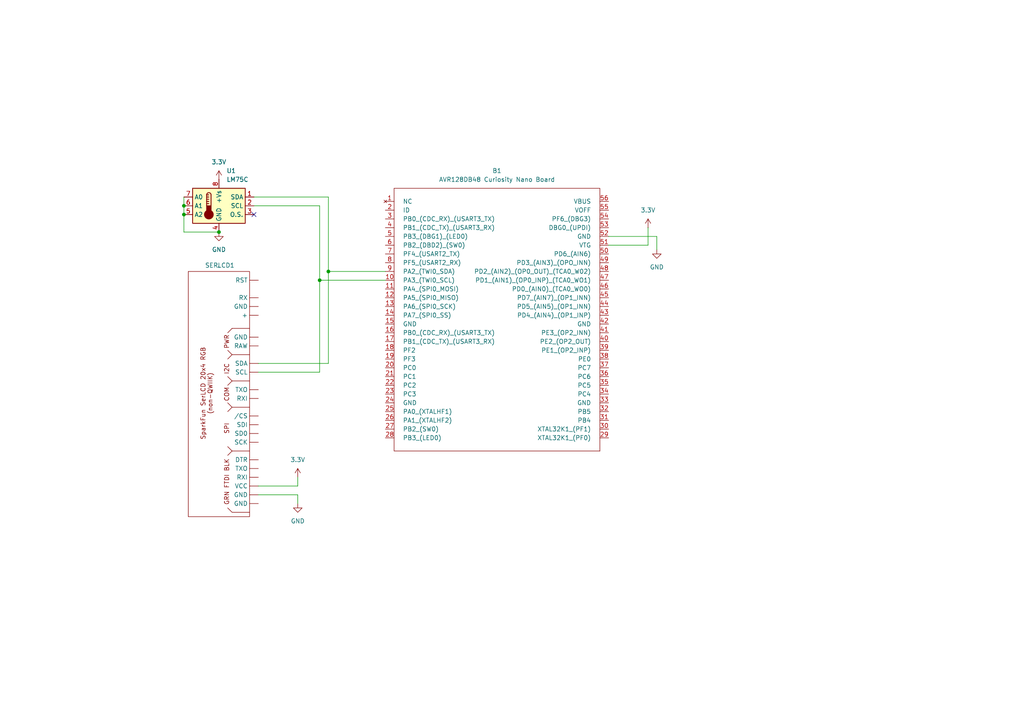
<source format=kicad_sch>
(kicad_sch (version 20231120) (generator "eeschema") (generator_version "8.0")
  (paper "A4")
  (title_block (title "ESE381-Lab06") (company "Stony Brook University") (comment 1 "Lab Section 02") (comment 2 "SBUID 114639231") (comment 3 "Mingi Hwang"))
  (lib_symbols
    (symbol "Curiosity_Nano:avr128db48_Curiosity_Nano" (pin_names (offset 2.54))
      (property "Reference" "B" (at -2.032 42.418 0))
      (property "Value" "AVR128DB48 Curiosity Nano Board" (at 1.27 39.116 0))
      (symbol "avr128db48_Curiosity_Nano_0_1"
        (rectangle (start -30.48 36.83) (end 29.21 -39.37))
        (rectangle (start 29.21 -39.37) (end 29.21 -39.37))
      )
      (symbol "avr128db48_Curiosity_Nano_1_1"
        (pin no_connect line (at -33.02 33.02 0) (length 2.54) (name "NC") (number "1"))
        (pin bidirectional line (at -33.02 10.16 0) (length 2.54) (name "PA3_(TWI0_SCL)") (number "10"))
        (pin bidirectional line (at -33.02 7.62 0) (length 2.54) (name "PA4_(SPI0_MOSI)") (number "11"))
        (pin bidirectional line (at -33.02 5.08 0) (length 2.54) (name "PA5_(SPI0_MISO)") (number "12"))
        (pin bidirectional line (at -33.02 2.54 0) (length 2.54) (name "PA6_(SPI0_SCK)") (number "13"))
        (pin bidirectional line (at -33.02 0 0) (length 2.54) (name "PA7_(SPI0_SS)") (number "14"))
        (pin input line (at -33.02 -2.54 0) (length 2.54) (name "GND") (number "15"))
        (pin bidirectional line (at -33.02 -5.08 0) (length 2.54) (name "PB0_(CDC_RX)_(USART3_TX)") (number "16"))
        (pin bidirectional line (at -33.02 -7.62 0) (length 2.54) (name "PB1_(CDC_TX)_(USART3_RX)") (number "17"))
        (pin bidirectional line (at -33.02 -10.16 0) (length 2.54) (name "PF2") (number "18"))
        (pin bidirectional line (at -33.02 -12.7 0) (length 2.54) (name "PF3") (number "19"))
        (pin bidirectional line (at -33.02 30.48 0) (length 2.54) (name "ID") (number "2"))
        (pin bidirectional line (at -33.02 -15.24 0) (length 2.54) (name "PC0") (number "20"))
        (pin bidirectional line (at -33.02 -17.78 0) (length 2.54) (name "PC1") (number "21"))
        (pin bidirectional line (at -33.02 -20.32 0) (length 2.54) (name "PC2") (number "22"))
        (pin bidirectional line (at -33.02 -22.86 0) (length 2.54) (name "PC3") (number "23"))
        (pin input line (at -33.02 -25.4 0) (length 2.54) (name "GND") (number "24"))
        (pin input line (at -33.02 -27.94 0) (length 2.54) (name "PA0_(XTALHF1)") (number "25"))
        (pin input line (at -33.02 -30.48 0) (length 2.54) (name "PA1_(XTALHF2)") (number "26"))
        (pin bidirectional line (at -33.02 -33.02 0) (length 2.54) (name "PB2_(SW0)") (number "27"))
        (pin bidirectional line (at -33.02 -35.56 0) (length 2.54) (name "PB3_(LED0)") (number "28"))
        (pin bidirectional line (at 31.75 -35.56 180) (length 2.54) (name "XTAL32K1_(PF0)") (number "29"))
        (pin bidirectional line (at -33.02 27.94 0) (length 2.54) (name "PB0_(CDC_RX)_(USART3_TX)") (number "3"))
        (pin bidirectional line (at 31.75 -33.02 180) (length 2.54) (name "XTAL32K1_(PF1)") (number "30"))
        (pin bidirectional line (at 31.75 -30.48 180) (length 2.54) (name "PB4") (number "31"))
        (pin bidirectional line (at 31.75 -27.94 180) (length 2.54) (name "PB5") (number "32"))
        (pin input line (at 31.75 -25.4 180) (length 2.54) (name "GND") (number "33"))
        (pin bidirectional line (at 31.75 -22.86 180) (length 2.54) (name "PC4") (number "34"))
        (pin bidirectional line (at 31.75 -20.32 180) (length 2.54) (name "PC5") (number "35"))
        (pin bidirectional line (at 31.75 -17.78 180) (length 2.54) (name "PC6") (number "36"))
        (pin bidirectional line (at 31.75 -15.24 180) (length 2.54) (name "PC7") (number "37"))
        (pin bidirectional line (at 31.75 -12.7 180) (length 2.54) (name "PE0") (number "38"))
        (pin bidirectional line (at 31.75 -10.16 180) (length 2.54) (name "PE1_(OP2_INP)") (number "39"))
        (pin bidirectional line (at -33.02 25.4 0) (length 2.54) (name "PB1_(CDC_TX)_(USART3_RX)") (number "4"))
        (pin bidirectional line (at 31.75 -7.62 180) (length 2.54) (name "PE2_(OP2_OUT)") (number "40"))
        (pin bidirectional line (at 31.75 -5.08 180) (length 2.54) (name "PE3_(OP2_INN)") (number "41"))
        (pin input line (at 31.75 -2.54 180) (length 2.54) (name "GND") (number "42"))
        (pin bidirectional line (at 31.75 0 180) (length 2.54) (name "PD4_(AIN4)_(OP1_INP)") (number "43"))
        (pin bidirectional line (at 31.75 2.54 180) (length 2.54) (name "PD5_(AIN5)_(OP1_INN)") (number "44"))
        (pin bidirectional line (at 31.75 5.08 180) (length 2.54) (name "PD7_(AIN7)_(OP1_INN)") (number "45"))
        (pin bidirectional line (at 31.75 7.62 180) (length 2.54) (name "PD0_(AIN0)_(TCA0_WO0)") (number "46"))
        (pin bidirectional line (at 31.75 10.16 180) (length 2.54) (name "PD1_(AIN1)_(OP0_INP)_(TCA0_WO1)") (number "47"))
        (pin bidirectional line (at 31.75 12.7 180) (length 2.54) (name "PD2_(AIN2)_(OP0_OUT)_(TCA0_W02)") (number "48"))
        (pin bidirectional line (at 31.75 15.24 180) (length 2.54) (name "PD3_(AIN3)_(OPO_INN)") (number "49"))
        (pin bidirectional line (at -33.02 22.86 0) (length 2.54) (name "PB3_(DBG1)_(LED0)") (number "5"))
        (pin bidirectional line (at 31.75 17.78 180) (length 2.54) (name "PD6_(AIN6)") (number "50"))
        (pin power_out line (at 31.75 20.32 180) (length 2.54) (name "VTG") (number "51"))
        (pin input line (at 31.75 22.86 180) (length 2.54) (name "GND") (number "52"))
        (pin bidirectional line (at 31.75 25.4 180) (length 2.54) (name "DBG0_(UPDI)") (number "53"))
        (pin bidirectional line (at 31.75 27.94 180) (length 2.54) (name "PF6_(DBG3)") (number "54"))
        (pin input line (at 31.75 30.48 180) (length 2.54) (name "VOFF") (number "55"))
        (pin power_out line (at 31.75 33.02 180) (length 2.54) (name "VBUS") (number "56"))
        (pin bidirectional line (at -33.02 20.32 0) (length 2.54) (name "PB2_(DBD2)_(SW0)") (number "6"))
        (pin bidirectional line (at -33.02 17.78 0) (length 2.54) (name "PF4_(USART2_TX)") (number "7"))
        (pin bidirectional line (at -33.02 15.24 0) (length 2.54) (name "PF5_(USART2_RX)") (number "8"))
        (pin bidirectional line (at -33.02 12.7 0) (length 2.54) (name "PA2_(TWI0_SDA)") (number "9"))
      )
    )
    (symbol "Sensor_Temperature:LM75C"
      (property "Reference" "U" (at -6.604 6.35 0))
      (property "Value" "LM75C" (at 2.032 6.35 0))
      (symbol "LM75C_0_1"
        (rectangle (start -7.62 5.08) (end 7.62 -5.08) (stroke (width 0.254)) (fill (type background)))
        (rectangle (start -3.556 0) (end -2.286 -1.905) (stroke (width 0.254)) (fill (type outline)))
        (circle (center -2.921 -2.54) (radius 1.27) (stroke (width 0.254)) (fill (type outline)))
        (arc (start -2.286 3.175) (mid -2.921 3.8073) (end -3.556 3.175) (stroke (width 0.254)))
        (polyline (pts (xy -3.556 0.635) (xy -2.921 0.635)) (stroke (width 0.254)))
        (polyline (pts (xy -3.556 1.27) (xy -2.921 1.27)) (stroke (width 0.254)))
        (polyline (pts (xy -3.556 1.905) (xy -2.921 1.905)) (stroke (width 0.254)))
        (polyline (pts (xy -3.556 2.54) (xy -2.921 2.54)) (stroke (width 0.254)))
        (polyline (pts (xy -3.556 3.175) (xy -3.556 0)) (stroke (width 0.254)))
        (polyline (pts (xy -3.556 3.175) (xy -2.921 3.175)) (stroke (width 0.254)))
        (polyline (pts (xy -2.286 3.175) (xy -2.286 0)) (stroke (width 0.254)))
      )
      (symbol "LM75C_1_1"
        (pin bidirectional line (at 10.16 2.54 180) (length 2.54) (name "SDA") (number "1"))
        (pin input line (at 10.16 0 180) (length 2.54) (name "SCL") (number "2"))
        (pin open_collector line (at 10.16 -2.54 180) (length 2.54) (name "O.S.") (number "3"))
        (pin power_in line (at 0 -7.62 90) (length 2.54) (name "GND") (number "4"))
        (pin input line (at -10.16 -2.54 0) (length 2.54) (name "A2") (number "5"))
        (pin input line (at -10.16 0 0) (length 2.54) (name "A1") (number "6"))
        (pin input line (at -10.16 2.54 0) (length 2.54) (name "A0") (number "7"))
        (pin power_in line (at 0 7.62 270) (length 2.54) (name "+Vs") (number "8"))
      )
    )
    (symbol "SparkFun_SerLCD_RGB_4x20:SerLCD-RGB-4x20"
      (property "Reference" "SERLCD1" (at 0.254 7.62 0))
      (symbol "SerLCD-RGB-4x20_1_1"
        (rectangle (start -35.56 5.08) (end 35.56 -12.7))
        (polyline (pts (xy -16.51 -7.62) (xy -17.78 -6.35)))
        (polyline (pts (xy -3.81 -7.62) (xy -5.08 -6.35)))
        (polyline (pts (xy 3.81 -7.62) (xy 2.54 -6.35)))
        (polyline (pts (xy 11.43 -7.62) (xy 10.16 -6.35)))
        (polyline (pts (xy 19.05 -7.62) (xy 17.78 -6.35)))
        (polyline (pts (xy 19.05 -7.62) (xy 19.05 -12.7)))
        (polyline (pts (xy -34.29 -12.7) (xy -34.29 -7.62) (xy -33.02 -6.35)))
        (polyline (pts (xy -15.24 -6.35) (xy -16.51 -7.62) (xy -16.51 -12.7)))
        (polyline (pts (xy -2.54 -6.35) (xy -3.81 -7.62) (xy -3.81 -12.7)))
        (polyline (pts (xy 5.08 -6.35) (xy 3.81 -7.62) (xy 3.81 -12.7)))
        (polyline (pts (xy 12.7 -6.35) (xy 11.43 -7.62) (xy 11.43 -12.7)))
        (text "COM" (at 0 -6.096 0) (effects (font (size 1.27 1.27))))
        (text "GRN FTDI BLK" (at -25.4 -6.096 0) (effects (font (size 1.27 1.27))))
        (text "I2C" (at 7.366 -6.096 0) (effects (font (size 1.27 1.27))))
        (text "PWR" (at 15.24 -6.096 0) (effects (font (size 1.27 1.27))))
        (text "SparkFun SerLCD 20x4 RGB\n(non-QWIIK)" (at 0.254 -0.254 0) (effects (font (size 1.27 1.27))))
        (text "SPI" (at -9.906 -6.096 0) (effects (font (size 1.27 1.27))))
        (pin power_in line (at 22.86 -15.24 90) (length 2.54) (name "+") (number ""))
        (pin input line (at -6.35 -15.24 90) (length 2.54) (name "/CS") (number ""))
        (pin input line (at -19.05 -15.24 90) (length 2.54) (name "DTR") (number ""))
        (pin power_in line (at -31.75 -15.24 90) (length 2.54) (name "GND") (number ""))
        (pin power_in line (at -29.21 -15.24 90) (length 2.54) (name "GND") (number ""))
        (pin power_in line (at 16.51 -15.24 90) (length 2.54) (name "GND") (number ""))
        (pin power_in line (at 25.4 -15.24 90) (length 2.54) (name "GND") (number ""))
        (pin power_in line (at 13.97 -15.24 90) (length 2.54) (name "RAW") (number ""))
        (pin input line (at 33.02 -15.24 90) (length 2.54) (name "RST") (number ""))
        (pin input line (at 27.94 -15.24 90) (length 2.54) (name "RX") (number ""))
        (pin input line (at -24.13 -15.24 90) (length 2.54) (name "RXI") (number ""))
        (pin input line (at -1.27 -15.24 90) (length 2.54) (name "RXI") (number ""))
        (pin input line (at -13.97 -15.24 90) (length 2.54) (name "SCK") (number ""))
        (pin input line (at 6.35 -15.24 90) (length 2.54) (name "SCL") (number ""))
        (pin output line (at -11.43 -15.24 90) (length 2.54) (name "SD0") (number ""))
        (pin input line (at 8.89 -15.24 90) (length 2.54) (name "SDA") (number ""))
        (pin input line (at -8.89 -15.24 90) (length 2.54) (name "SDI") (number ""))
        (pin output line (at -21.59 -15.24 90) (length 2.54) (name "TXO") (number ""))
        (pin output line (at 1.27 -15.24 90) (length 2.54) (name "TXO") (number ""))
        (pin power_in line (at -26.67 -15.24 90) (length 2.54) (name "VCC") (number ""))
      )
    )
    (symbol "power:GND" (power) (pin_numbers hide) (pin_names (offset 0) hide)
      (property "Value" "GND" (at 0 -3.81 0))
      (symbol "GND_0_1"
        (polyline (pts (xy 0 0) (xy 0 -1.27) (xy 1.27 -1.27) (xy 0 -2.54) (xy -1.27 -1.27) (xy 0 -1.27)))
      )
      (symbol "GND_1_1"
        (pin power_in line (at 0 0 270) (length 0) (name "~") (number "1"))
      )
    )
    (symbol "power:VCC" (power) (pin_numbers hide) (pin_names (offset 0) hide)
      (property "Value" "VCC" (at 0 3.556 0))
      (symbol "VCC_0_1"
        (polyline (pts (xy -0.762 1.27) (xy 0 2.54)))
        (polyline (pts (xy 0 0) (xy 0 2.54)))
        (polyline (pts (xy 0 2.54) (xy 0.762 1.27)))
      )
      (symbol "VCC_1_1"
        (pin power_in line (at 0 0 90) (length 0) (name "~") (number "1"))
      )
    )
  )
  (junction (at 53.34 59.69))
  (junction (at 95.25 78.74))
  (junction (at 92.71 81.28))
  (junction (at 63.5 67.31))
  (junction (at 53.34 62.23))
  (no_connect (at 73.66 62.23))
  (wire (pts (xy 74.93 140.97) (xy 86.36 140.97)))
  (wire (pts (xy 190.5 68.58) (xy 190.5 72.39)))
  (wire (pts (xy 92.71 59.69) (xy 73.66 59.69)))
  (wire (pts (xy 53.34 62.23) (xy 53.34 67.31)))
  (wire (pts (xy 95.25 57.15) (xy 95.25 78.74)))
  (wire (pts (xy 74.93 107.95) (xy 92.71 107.95)))
  (wire (pts (xy 73.66 57.15) (xy 95.25 57.15)))
  (wire (pts (xy 95.25 105.41) (xy 95.25 78.74)))
  (wire (pts (xy 187.96 66.04) (xy 187.96 71.12)))
  (wire (pts (xy 95.25 78.74) (xy 111.76 78.74)))
  (wire (pts (xy 111.76 81.28) (xy 92.71 81.28)))
  (wire (pts (xy 53.34 59.69) (xy 53.34 62.23)))
  (wire (pts (xy 86.36 138.43) (xy 86.36 140.97)))
  (wire (pts (xy 176.53 68.58) (xy 190.5 68.58)))
  (wire (pts (xy 92.71 107.95) (xy 92.71 81.28)))
  (wire (pts (xy 74.93 105.41) (xy 95.25 105.41)))
  (wire (pts (xy 53.34 67.31) (xy 63.5 67.31)))
  (wire (pts (xy 74.93 143.51) (xy 86.36 143.51)))
  (wire (pts (xy 86.36 143.51) (xy 86.36 146.05)))
  (wire (pts (xy 176.53 71.12) (xy 187.96 71.12)))
  (wire (pts (xy 92.71 81.28) (xy 92.71 59.69)))
  (wire (pts (xy 53.34 57.15) (xy 53.34 59.69)))
  (symbol (lib_id "SparkFun_SerLCD_RGB_4x20:SerLCD-RGB-4x20") (at 59.69 114.3 90) (unit 1)
    (property "Reference" "SERLCD1" (at 63.754 76.962 90))
    (property "Value" "~" (at 63.5 77.47 90))
  )
  (symbol (lib_id "power:VCC") (at 187.96 66.04 0) (unit 1)
    (property "Reference" "#PWR05" (effects (hide yes)))
    (property "Value" "3.3V" (at 187.96 60.96 0))
    (property "Description" "Power symbol creates a global label with name \"VCC\"" (effects (hide yes)))
  )
  (symbol (lib_id "power:VCC") (at 63.5 52.07 0) (unit 1)
    (property "Reference" "#PWR04" (effects (hide yes)))
    (property "Value" "3.3V" (at 63.5 46.99 0))
    (property "Description" "Power symbol creates a global label with name \"VCC\"" (effects (hide yes)))
  )
  (symbol (lib_id "Curiosity_Nano:avr128db48_Curiosity_Nano") (at 144.78 91.44 0) (unit 1)
    (property "Reference" "B1" (at 144.145 49.53 0))
    (property "Value" "AVR128DB48 Curiosity Nano Board" (at 144.145 52.07 0))
  )
  (symbol (lib_id "power:GND") (at 63.5 67.31 0) (unit 1)
    (property "Reference" "#PWR03" (effects (hide yes)))
    (property "Value" "GND" (at 63.5 72.39 0))
    (property "Description" "Power symbol creates a global label with name \"GND\" , ground" (effects (hide yes)))
  )
  (symbol (lib_id "Sensor_Temperature:LM75C") (at 63.5 59.69 0) (unit 1)
    (property "Reference" "U1" (at 65.6941 49.53 0) (effects (justify left)))
    (property "Value" "LM75C" (at 65.6941 52.07 0) (effects (justify left)))
    (property "Datasheet" "http://www.ti.com/lit/ds/symlink/lm75b.pdf" (effects (hide yes)))
    (property "Description" "Digital Temperature Sensor & Thermal Watchdog, SOIC-8 and VSSOP-8" (effects (hide yes)))
  )
  (symbol (lib_id "power:VCC") (at 86.36 138.43 0) (unit 1)
    (property "Reference" "#PWR01" (effects (hide yes)))
    (property "Value" "3.3V" (at 86.36 133.35 0))
    (property "Description" "Power symbol creates a global label with name \"VCC\"" (effects (hide yes)))
  )
  (symbol (lib_id "power:GND") (at 190.5 72.39 0) (unit 1)
    (property "Reference" "#PWR06" (effects (hide yes)))
    (property "Value" "GND" (at 190.5 77.47 0))
    (property "Description" "Power symbol creates a global label with name \"GND\" , ground" (effects (hide yes)))
  )
  (symbol (lib_id "power:GND") (at 86.36 146.05 0) (unit 1)
    (property "Reference" "#PWR02" (effects (hide yes)))
    (property "Value" "GND" (at 86.36 151.13 0))
    (property "Description" "Power symbol creates a global label with name \"GND\" , ground" (effects (hide yes)))
  )
)
</source>
